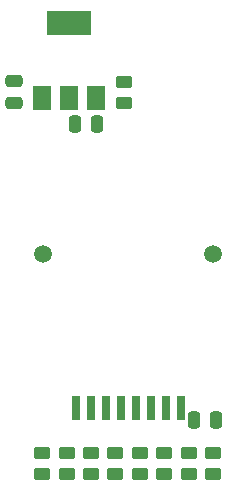
<source format=gbr>
%TF.GenerationSoftware,KiCad,Pcbnew,7.0.1*%
%TF.CreationDate,2023-03-18T17:30:27+01:00*%
%TF.ProjectId,gateway-nano-E01-ml01sp4,67617465-7761-4792-9d6e-616e6f2d4530,rev?*%
%TF.SameCoordinates,Original*%
%TF.FileFunction,Paste,Bot*%
%TF.FilePolarity,Positive*%
%FSLAX46Y46*%
G04 Gerber Fmt 4.6, Leading zero omitted, Abs format (unit mm)*
G04 Created by KiCad (PCBNEW 7.0.1) date 2023-03-18 17:30:27*
%MOMM*%
%LPD*%
G01*
G04 APERTURE LIST*
G04 Aperture macros list*
%AMRoundRect*
0 Rectangle with rounded corners*
0 $1 Rounding radius*
0 $2 $3 $4 $5 $6 $7 $8 $9 X,Y pos of 4 corners*
0 Add a 4 corners polygon primitive as box body*
4,1,4,$2,$3,$4,$5,$6,$7,$8,$9,$2,$3,0*
0 Add four circle primitives for the rounded corners*
1,1,$1+$1,$2,$3*
1,1,$1+$1,$4,$5*
1,1,$1+$1,$6,$7*
1,1,$1+$1,$8,$9*
0 Add four rect primitives between the rounded corners*
20,1,$1+$1,$2,$3,$4,$5,0*
20,1,$1+$1,$4,$5,$6,$7,0*
20,1,$1+$1,$6,$7,$8,$9,0*
20,1,$1+$1,$8,$9,$2,$3,0*%
G04 Aperture macros list end*
%ADD10R,1.500000X2.000000*%
%ADD11R,3.800000X2.000000*%
%ADD12RoundRect,0.250000X-0.250000X-0.475000X0.250000X-0.475000X0.250000X0.475000X-0.250000X0.475000X0*%
%ADD13RoundRect,0.250000X0.450000X-0.262500X0.450000X0.262500X-0.450000X0.262500X-0.450000X-0.262500X0*%
%ADD14RoundRect,0.250000X-0.450000X0.262500X-0.450000X-0.262500X0.450000X-0.262500X0.450000X0.262500X0*%
%ADD15R,0.800000X2.000000*%
%ADD16C,1.500000*%
%ADD17RoundRect,0.250000X0.250000X0.475000X-0.250000X0.475000X-0.250000X-0.475000X0.250000X-0.475000X0*%
%ADD18RoundRect,0.250000X0.475000X-0.250000X0.475000X0.250000X-0.475000X0.250000X-0.475000X-0.250000X0*%
G04 APERTURE END LIST*
D10*
%TO.C,U2*%
X121975000Y-87725000D03*
X119675000Y-87725000D03*
D11*
X119675000Y-81425000D03*
D10*
X117375000Y-87725000D03*
%TD*%
D12*
%TO.C,C1*%
X130250000Y-115000000D03*
X132150000Y-115000000D03*
%TD*%
D13*
%TO.C,R4*%
X119471428Y-119612500D03*
X119471428Y-117787500D03*
%TD*%
D14*
%TO.C,R6*%
X121542856Y-117787500D03*
X121542856Y-119612500D03*
%TD*%
%TO.C,R7*%
X125685712Y-117787500D03*
X125685712Y-119612500D03*
%TD*%
%TO.C,R8*%
X117400000Y-117787500D03*
X117400000Y-119612500D03*
%TD*%
D13*
%TO.C,R1*%
X131900000Y-119612500D03*
X131900000Y-117787500D03*
%TD*%
D15*
%TO.C,U1*%
X129145786Y-113965336D03*
X127875786Y-113965336D03*
X126605786Y-113965336D03*
X125335786Y-113965336D03*
X124065786Y-113965336D03*
X122795786Y-113965336D03*
X121525786Y-113965336D03*
X120255786Y-113965336D03*
D16*
X117446185Y-100981233D03*
X131882575Y-100973410D03*
%TD*%
D14*
%TO.C,R5*%
X129828568Y-117787500D03*
X129828568Y-119612500D03*
%TD*%
D17*
%TO.C,C3*%
X122050000Y-89950000D03*
X120150000Y-89950000D03*
%TD*%
D13*
%TO.C,R2*%
X123614284Y-119612500D03*
X123614284Y-117787500D03*
%TD*%
%TO.C,R12*%
X124325000Y-88212500D03*
X124325000Y-86387500D03*
%TD*%
%TO.C,R3*%
X127757140Y-119612500D03*
X127757140Y-117787500D03*
%TD*%
D18*
%TO.C,C2*%
X115025000Y-88225000D03*
X115025000Y-86325000D03*
%TD*%
M02*

</source>
